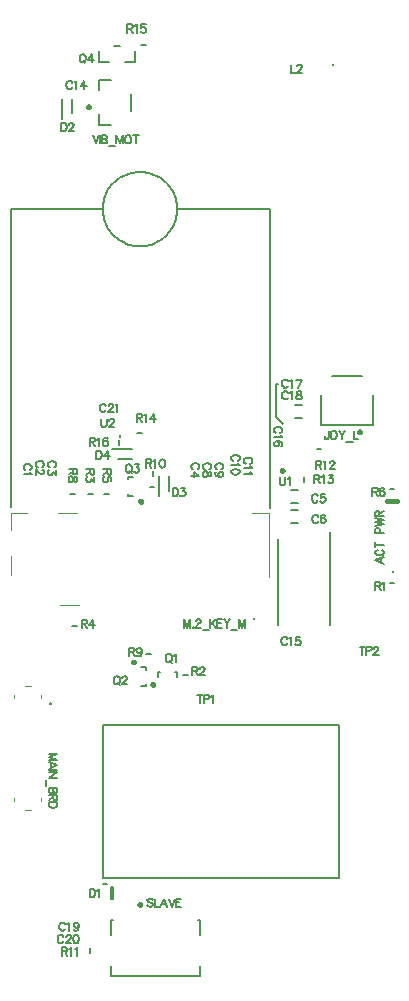
<source format=gto>
%FSTAX23Y23*%
%MOIN*%
%SFA1B1*%

%IPPOS*%
%ADD10C,0.009800*%
%ADD11C,0.003900*%
%ADD12C,0.007900*%
%ADD13C,0.005900*%
%ADD14C,0.015700*%
%ADD15C,0.005100*%
%ADD16C,0.006000*%
%LNright_board-1*%
%LPD*%
G54D10*
X02945Y01379D02*
D01*
X02945Y01379*
X02945Y0138*
X02945Y0138*
X02945Y0138*
X02945Y01381*
X02945Y01381*
X02945Y01381*
X02944Y01381*
X02944Y01382*
X02944Y01382*
X02944Y01382*
X02943Y01383*
X02943Y01383*
X02943Y01383*
X02943Y01383*
X02942Y01383*
X02942Y01383*
X02942Y01384*
X02941Y01384*
X02941Y01384*
X02941Y01384*
X0294Y01384*
X0294*
X0294Y01384*
X02939Y01384*
X02939Y01384*
X02939Y01384*
X02938Y01383*
X02938Y01383*
X02938Y01383*
X02937Y01383*
X02937Y01383*
X02937Y01383*
X02937Y01382*
X02936Y01382*
X02936Y01382*
X02936Y01381*
X02936Y01381*
X02936Y01381*
X02936Y01381*
X02935Y0138*
X02935Y0138*
X02935Y0138*
X02935Y01379*
X02935Y01379*
X02935Y01379*
X02935Y01378*
X02935Y01378*
X02935Y01378*
X02936Y01377*
X02936Y01377*
X02936Y01377*
X02936Y01376*
X02936Y01376*
X02936Y01376*
X02937Y01375*
X02937Y01375*
X02937Y01375*
X02937Y01375*
X02938Y01375*
X02938Y01374*
X02938Y01374*
X02939Y01374*
X02939Y01374*
X02939Y01374*
X0294Y01374*
X0294Y01374*
X0294*
X02941Y01374*
X02941Y01374*
X02941Y01374*
X02942Y01374*
X02942Y01374*
X02942Y01374*
X02943Y01375*
X02943Y01375*
X02943Y01375*
X02943Y01375*
X02944Y01375*
X02944Y01376*
X02944Y01376*
X02944Y01376*
X02945Y01377*
X02945Y01377*
X02945Y01377*
X02945Y01378*
X02945Y01378*
X02945Y01378*
X02945Y01379*
X02945Y01379*
X02947Y02722D02*
D01*
X02947Y02722*
X02947Y02723*
X02947Y02723*
X02947Y02723*
X02947Y02724*
X02947Y02724*
X02947Y02724*
X02947Y02724*
X02946Y02725*
X02946Y02725*
X02946Y02725*
X02946Y02726*
X02945Y02726*
X02945Y02726*
X02945Y02726*
X02945Y02726*
X02944Y02726*
X02944Y02727*
X02944Y02727*
X02943Y02727*
X02943Y02727*
X02943Y02727*
X02942*
X02942Y02727*
X02942Y02727*
X02941Y02727*
X02941Y02727*
X02941Y02726*
X0294Y02726*
X0294Y02726*
X0294Y02726*
X02939Y02726*
X02939Y02726*
X02939Y02725*
X02939Y02725*
X02938Y02725*
X02938Y02724*
X02938Y02724*
X02938Y02724*
X02938Y02724*
X02938Y02723*
X02938Y02723*
X02938Y02723*
X02938Y02722*
X02938Y02722*
X02938Y02722*
X02938Y02721*
X02938Y02721*
X02938Y02721*
X02938Y0272*
X02938Y0272*
X02938Y0272*
X02938Y02719*
X02938Y02719*
X02939Y02719*
X02939Y02718*
X02939Y02718*
X02939Y02718*
X0294Y02718*
X0294Y02718*
X0294Y02717*
X02941Y02717*
X02941Y02717*
X02941Y02717*
X02942Y02717*
X02942Y02717*
X02942Y02717*
X02943*
X02943Y02717*
X02943Y02717*
X02944Y02717*
X02944Y02717*
X02944Y02717*
X02945Y02717*
X02945Y02718*
X02945Y02718*
X02945Y02718*
X02946Y02718*
X02946Y02718*
X02946Y02719*
X02946Y02719*
X02947Y02719*
X02947Y0272*
X02947Y0272*
X02947Y0272*
X02947Y02721*
X02947Y02721*
X02947Y02721*
X02947Y02722*
X02947Y02722*
X02925Y02187D02*
D01*
X02925Y02187*
X02925Y02187*
X02925Y02188*
X02925Y02188*
X02924Y02188*
X02924Y02188*
X02924Y02189*
X02924Y02189*
X02924Y02189*
X02924Y0219*
X02923Y0219*
X02923Y0219*
X02923Y0219*
X02923Y02191*
X02922Y02191*
X02922Y02191*
X02922Y02191*
X02921Y02191*
X02921Y02191*
X02921Y02191*
X0292Y02191*
X0292Y02191*
X0292*
X02919Y02191*
X02919Y02191*
X02919Y02191*
X02918Y02191*
X02918Y02191*
X02918Y02191*
X02917Y02191*
X02917Y02191*
X02917Y0219*
X02917Y0219*
X02916Y0219*
X02916Y0219*
X02916Y02189*
X02916Y02189*
X02915Y02189*
X02915Y02188*
X02915Y02188*
X02915Y02188*
X02915Y02188*
X02915Y02187*
X02915Y02187*
X02915Y02187*
X02915Y02186*
X02915Y02186*
X02915Y02185*
X02915Y02185*
X02915Y02185*
X02915Y02185*
X02915Y02184*
X02916Y02184*
X02916Y02184*
X02916Y02183*
X02916Y02183*
X02917Y02183*
X02917Y02183*
X02917Y02182*
X02917Y02182*
X02918Y02182*
X02918Y02182*
X02918Y02182*
X02919Y02182*
X02919Y02182*
X02919Y02182*
X0292Y02182*
X0292*
X0292Y02182*
X02921Y02182*
X02921Y02182*
X02921Y02182*
X02922Y02182*
X02922Y02182*
X02922Y02182*
X02923Y02182*
X02923Y02183*
X02923Y02183*
X02923Y02183*
X02924Y02183*
X02924Y02184*
X02924Y02184*
X02924Y02184*
X02924Y02185*
X02924Y02185*
X02925Y02185*
X02925Y02185*
X02925Y02186*
X02925Y02186*
X02925Y02187*
X02988Y02112D02*
D01*
X02988Y02112*
X02988Y02113*
X02987Y02113*
X02987Y02113*
X02987Y02114*
X02987Y02114*
X02987Y02114*
X02987Y02115*
X02987Y02115*
X02986Y02115*
X02986Y02115*
X02986Y02116*
X02986Y02116*
X02985Y02116*
X02985Y02116*
X02985Y02116*
X02985Y02117*
X02984Y02117*
X02984Y02117*
X02984Y02117*
X02983Y02117*
X02983Y02117*
X02983*
X02982Y02117*
X02982Y02117*
X02982Y02117*
X02981Y02117*
X02981Y02117*
X02981Y02116*
X0298Y02116*
X0298Y02116*
X0298Y02116*
X02979Y02116*
X02979Y02115*
X02979Y02115*
X02979Y02115*
X02979Y02115*
X02978Y02114*
X02978Y02114*
X02978Y02114*
X02978Y02113*
X02978Y02113*
X02978Y02113*
X02978Y02112*
X02978Y02112*
X02978Y02112*
X02978Y02111*
X02978Y02111*
X02978Y02111*
X02978Y0211*
X02978Y0211*
X02978Y0211*
X02979Y02109*
X02979Y02109*
X02979Y02109*
X02979Y02109*
X02979Y02108*
X0298Y02108*
X0298Y02108*
X0298Y02108*
X02981Y02108*
X02981Y02107*
X02981Y02107*
X02982Y02107*
X02982Y02107*
X02982Y02107*
X02983Y02107*
X02983*
X02983Y02107*
X02984Y02107*
X02984Y02107*
X02984Y02107*
X02985Y02107*
X02985Y02108*
X02985Y02108*
X02985Y02108*
X02986Y02108*
X02986Y02108*
X02986Y02109*
X02986Y02109*
X02987Y02109*
X02987Y02109*
X02987Y0211*
X02987Y0211*
X02987Y0211*
X02987Y02111*
X02987Y02111*
X02988Y02111*
X02988Y02112*
X02988Y02112*
X02774Y04037D02*
D01*
X02774Y04037*
X02774Y04037*
X02774Y04038*
X02774Y04038*
X02774Y04038*
X02773Y04039*
X02773Y04039*
X02773Y04039*
X02773Y0404*
X02773Y0404*
X02773Y0404*
X02772Y0404*
X02772Y04041*
X02772Y04041*
X02771Y04041*
X02771Y04041*
X02771Y04041*
X02771Y04041*
X0277Y04042*
X0277Y04042*
X0277Y04042*
X02769Y04042*
X02769*
X02768Y04042*
X02768Y04042*
X02768Y04042*
X02767Y04041*
X02767Y04041*
X02767Y04041*
X02767Y04041*
X02766Y04041*
X02766Y04041*
X02766Y0404*
X02765Y0404*
X02765Y0404*
X02765Y0404*
X02765Y04039*
X02765Y04039*
X02765Y04039*
X02764Y04038*
X02764Y04038*
X02764Y04038*
X02764Y04037*
X02764Y04037*
X02764Y04037*
X02764Y04036*
X02764Y04036*
X02764Y04036*
X02764Y04035*
X02764Y04035*
X02765Y04035*
X02765Y04034*
X02765Y04034*
X02765Y04034*
X02765Y04034*
X02765Y04033*
X02766Y04033*
X02766Y04033*
X02766Y04033*
X02767Y04033*
X02767Y04032*
X02767Y04032*
X02767Y04032*
X02768Y04032*
X02768Y04032*
X02768Y04032*
X02769Y04032*
X02769*
X0277Y04032*
X0277Y04032*
X0277Y04032*
X02771Y04032*
X02771Y04032*
X02771Y04032*
X02771Y04033*
X02772Y04033*
X02772Y04033*
X02772Y04033*
X02773Y04033*
X02773Y04034*
X02773Y04034*
X02773Y04034*
X02773Y04034*
X02773Y04035*
X02774Y04035*
X02774Y04035*
X02774Y04036*
X02774Y04036*
X02774Y04036*
X02774Y04037*
X03419Y02824D02*
D01*
X03419Y02825*
X03419Y02825*
X03419Y02825*
X03419Y02826*
X03419Y02826*
X03418Y02826*
X03418Y02827*
X03418Y02827*
X03418Y02827*
X03418Y02827*
X03417Y02828*
X03417Y02828*
X03417Y02828*
X03417Y02828*
X03416Y02829*
X03416Y02829*
X03416Y02829*
X03415Y02829*
X03415Y02829*
X03415Y02829*
X03414Y02829*
X03414Y02829*
X03414*
X03413Y02829*
X03413Y02829*
X03413Y02829*
X03412Y02829*
X03412Y02829*
X03412Y02829*
X03411Y02829*
X03411Y02828*
X03411Y02828*
X03411Y02828*
X0341Y02828*
X0341Y02827*
X0341Y02827*
X0341Y02827*
X0341Y02827*
X03409Y02826*
X03409Y02826*
X03409Y02826*
X03409Y02825*
X03409Y02825*
X03409Y02825*
X03409Y02824*
X03409Y02824*
X03409Y02824*
X03409Y02823*
X03409Y02823*
X03409Y02823*
X03409Y02822*
X0341Y02822*
X0341Y02822*
X0341Y02821*
X0341Y02821*
X0341Y02821*
X03411Y02821*
X03411Y0282*
X03411Y0282*
X03411Y0282*
X03412Y0282*
X03412Y0282*
X03412Y0282*
X03413Y0282*
X03413Y02819*
X03413Y02819*
X03414Y02819*
X03414*
X03414Y02819*
X03415Y02819*
X03415Y0282*
X03415Y0282*
X03416Y0282*
X03416Y0282*
X03416Y0282*
X03417Y0282*
X03417Y0282*
X03417Y02821*
X03417Y02821*
X03418Y02821*
X03418Y02821*
X03418Y02822*
X03418Y02822*
X03418Y02822*
X03419Y02823*
X03419Y02823*
X03419Y02823*
X03419Y02824*
X03419Y02824*
X03419Y02824*
X03677Y02954D02*
D01*
X03677Y02954*
X03677Y02955*
X03677Y02955*
X03677Y02955*
X03677Y02956*
X03677Y02956*
X03677Y02956*
X03676Y02957*
X03676Y02957*
X03676Y02957*
X03676Y02957*
X03676Y02958*
X03675Y02958*
X03675Y02958*
X03675Y02958*
X03674Y02958*
X03674Y02959*
X03674Y02959*
X03673Y02959*
X03673Y02959*
X03673Y02959*
X03672Y02959*
X03672*
X03672Y02959*
X03671Y02959*
X03671Y02959*
X03671Y02959*
X0367Y02959*
X0367Y02958*
X0367Y02958*
X0367Y02958*
X03669Y02958*
X03669Y02958*
X03669Y02957*
X03669Y02957*
X03668Y02957*
X03668Y02957*
X03668Y02956*
X03668Y02956*
X03668Y02956*
X03668Y02955*
X03668Y02955*
X03667Y02955*
X03667Y02954*
X03667Y02954*
X03667Y02954*
X03667Y02953*
X03668Y02953*
X03668Y02953*
X03668Y02952*
X03668Y02952*
X03668Y02952*
X03668Y02951*
X03668Y02951*
X03669Y02951*
X03669Y02951*
X03669Y0295*
X03669Y0295*
X0367Y0295*
X0367Y0295*
X0367Y0295*
X0367Y02949*
X03671Y02949*
X03671Y02949*
X03671Y02949*
X03672Y02949*
X03672Y02949*
X03672*
X03673Y02949*
X03673Y02949*
X03673Y02949*
X03674Y02949*
X03674Y02949*
X03674Y0295*
X03675Y0295*
X03675Y0295*
X03675Y0295*
X03676Y0295*
X03676Y02951*
X03676Y02951*
X03676Y02951*
X03676Y02951*
X03677Y02952*
X03677Y02952*
X03677Y02952*
X03677Y02953*
X03677Y02953*
X03677Y02953*
X03677Y02954*
X03677Y02954*
G54D11*
X02871Y02942D02*
D01*
X0287Y02942*
X0287Y02942*
X0287Y02942*
X0287Y02942*
X0287Y02942*
X0287Y02942*
X0287Y02942*
X0287Y02942*
X02869Y02942*
X02869Y02941*
X02869Y02941*
X02869Y02941*
X02869Y02941*
X02869Y02941*
X02869Y02941*
X02869Y02941*
X02869Y02941*
X02869Y02941*
X02869Y0294*
X02869Y0294*
X02869Y0294*
X02869Y0294*
Y0294*
X02869Y0294*
X02869Y0294*
X02869Y02939*
X02869Y02939*
X02869Y02939*
X02869Y02939*
X02869Y02939*
X02869Y02939*
X02869Y02939*
X02869Y02939*
X02869Y02938*
X02869Y02938*
X02869Y02938*
X0287Y02938*
X0287Y02938*
X0287Y02938*
X0287Y02938*
X0287Y02938*
X0287Y02938*
X0287Y02938*
X0287Y02938*
X02871Y02938*
D01*
X02871Y02938*
X02871Y02938*
X02871Y02938*
X02871Y02938*
X02871Y02938*
X02871Y02938*
X02872Y02938*
X02872Y02938*
X02872Y02938*
X02872Y02938*
X02872Y02939*
X02872Y02939*
X02872Y02939*
X02872Y02939*
X02872Y02939*
X02872Y02939*
X02872Y02939*
X02873Y02939*
X02873Y0294*
X02873Y0294*
X02873Y0294*
X02873Y0294*
Y0294*
X02873Y0294*
X02873Y0294*
X02873Y0294*
X02873Y02941*
X02872Y02941*
X02872Y02941*
X02872Y02941*
X02872Y02941*
X02872Y02941*
X02872Y02941*
X02872Y02941*
X02872Y02942*
X02872Y02942*
X02872Y02942*
X02872Y02942*
X02871Y02942*
X02871Y02942*
X02871Y02942*
X02871Y02942*
X02871Y02942*
X02871Y02942*
X02871Y02942*
X03318Y02333D02*
D01*
X03318Y02333*
X03318Y02333*
X03318Y02333*
X03317Y02333*
X03317Y02332*
X03317Y02332*
X03317Y02332*
X03317Y02332*
X03317Y02332*
X03317Y02332*
X03317Y02332*
X03317Y02332*
X03316Y02332*
X03316Y02332*
X03316Y02332*
X03316Y02331*
X03316Y02331*
X03316Y02331*
X03316Y02331*
X03316Y02331*
X03316Y02331*
X03316Y02331*
Y02331*
X03316Y0233*
X03316Y0233*
X03316Y0233*
X03316Y0233*
X03316Y0233*
X03316Y0233*
X03316Y0233*
X03316Y02329*
X03316Y02329*
X03317Y02329*
X03317Y02329*
X03317Y02329*
X03317Y02329*
X03317Y02329*
X03317Y02329*
X03317Y02329*
X03317Y02329*
X03317Y02329*
X03318Y02329*
X03318Y02329*
X03318Y02329*
X03318Y02329*
D01*
X03318Y02329*
X03318Y02329*
X03318Y02329*
X03319Y02329*
X03319Y02329*
X03319Y02329*
X03319Y02329*
X03319Y02329*
X03319Y02329*
X03319Y02329*
X03319Y02329*
X03319Y02329*
X0332Y02329*
X0332Y0233*
X0332Y0233*
X0332Y0233*
X0332Y0233*
X0332Y0233*
X0332Y0233*
X0332Y0233*
X0332Y0233*
X0332Y02331*
Y02331*
X0332Y02331*
X0332Y02331*
X0332Y02331*
X0332Y02331*
X0332Y02331*
X0332Y02332*
X0332Y02332*
X0332Y02332*
X0332Y02332*
X03319Y02332*
X03319Y02332*
X03319Y02332*
X03319Y02332*
X03319Y02332*
X03319Y02332*
X03319Y02333*
X03319Y02333*
X03319Y02333*
X03318Y02333*
X03318Y02333*
X03318Y02333*
X03318Y02333*
X03781Y0249D02*
D01*
X03781Y0249*
X03781Y0249*
X03781Y0249*
X0378Y0249*
X0378Y0249*
X0378Y0249*
X0378Y02489*
X0378Y02489*
X0378Y02489*
X0378Y02489*
X0378Y02489*
X0378Y02489*
X03779Y02489*
X03779Y02489*
X03779Y02489*
X03779Y02489*
X03779Y02488*
X03779Y02488*
X03779Y02488*
X03779Y02488*
X03779Y02488*
X03779Y02488*
Y02488*
X03779Y02487*
X03779Y02487*
X03779Y02487*
X03779Y02487*
X03779Y02487*
X03779Y02487*
X03779Y02487*
X03779Y02487*
X03779Y02486*
X0378Y02486*
X0378Y02486*
X0378Y02486*
X0378Y02486*
X0378Y02486*
X0378Y02486*
X0378Y02486*
X0378Y02486*
X0378Y02486*
X03781Y02486*
X03781Y02486*
X03781Y02486*
X03781Y02486*
D01*
X03781Y02486*
X03781Y02486*
X03781Y02486*
X03782Y02486*
X03782Y02486*
X03782Y02486*
X03782Y02486*
X03782Y02486*
X03782Y02486*
X03782Y02486*
X03782Y02486*
X03782Y02486*
X03783Y02486*
X03783Y02487*
X03783Y02487*
X03783Y02487*
X03783Y02487*
X03783Y02487*
X03783Y02487*
X03783Y02487*
X03783Y02487*
X03783Y02488*
Y02488*
X03783Y02488*
X03783Y02488*
X03783Y02488*
X03783Y02488*
X03783Y02488*
X03783Y02489*
X03783Y02489*
X03783Y02489*
X03783Y02489*
X03782Y02489*
X03782Y02489*
X03782Y02489*
X03782Y02489*
X03782Y02489*
X03782Y02489*
X03782Y0249*
X03782Y0249*
X03782Y0249*
X03781Y0249*
X03781Y0249*
X03781Y0249*
X03781Y0249*
X03581Y04178D02*
D01*
X03581Y04178*
X0358Y04178*
X0358Y04178*
X0358Y04178*
X0358Y04178*
X0358Y04178*
X0358Y04177*
X0358Y04177*
X0358Y04177*
X0358Y04177*
X0358Y04177*
X0358Y04177*
X0358Y04177*
X03581Y04177*
X03581Y04176*
X03581Y04176*
X03581Y04176*
X03581Y04176*
X03581Y04176*
X03581Y04176*
X03581Y04176*
X03581Y04176*
X03581Y04176*
X03581Y04176*
X03582Y04176*
X03582Y04176*
X03582Y04175*
X03582Y04175*
X03582Y04175*
X03582Y04175*
X03582Y04175*
X03583Y04175*
X03583Y04175*
X03583Y04175*
X03583Y04176*
X03583Y04176*
X03583Y04176*
X03583Y04176*
X03583Y04176*
X03584Y04176*
X03584Y04176*
X03584Y04176*
X03584Y04176*
X03584Y04176*
X03584Y04176*
D01*
X03584Y04177*
X03584Y04177*
X03584Y04177*
X03584Y04177*
X03584Y04177*
X03584Y04177*
X03584Y04177*
X03584Y04177*
X03584Y04178*
X03584Y04178*
X03584Y04178*
X03584Y04178*
X03584Y04178*
X03584Y04178*
X03584Y04178*
X03584Y04178*
X03584Y04179*
X03584Y04179*
X03584Y04179*
X03584Y04179*
X03583Y04179*
X03583Y04179*
X03583Y04179*
X03583Y04179*
X03583Y04179*
X03583Y04179*
X03583Y04179*
X03583Y04179*
X03582Y04179*
X03582Y04179*
X03582Y04179*
X03582Y04179*
X03582Y04179*
X03582Y04179*
X03582Y04179*
X03582Y04179*
X03581Y04179*
X03581Y04179*
X03581Y04179*
X03581Y04179*
X03581Y04179*
X03581Y04179*
X03581Y04179*
X03581Y04179*
X03581Y04178*
X03312Y02683D02*
X03371D01*
Y0247D02*
Y02683D01*
X02674Y02378D02*
X02737D01*
X02666Y02683D02*
X02729D01*
X02509D02*
X02564D01*
X02509D02*
Y02627D01*
Y02478D02*
Y02541D01*
X02556Y01693D02*
X02576D01*
X0252Y02067D02*
Y02077D01*
X02556Y02106D02*
X02576D01*
X02611Y02067D02*
Y02077D01*
Y01723D02*
Y01732D01*
X0252Y01723D02*
Y01732D01*
G54D12*
X02816Y03696D02*
D01*
X02816Y03688*
X02817Y03679*
X02819Y03671*
X02821Y03662*
X02823Y03654*
X02827Y03646*
X02831Y03638*
X02835Y03631*
X0284Y03623*
X02845Y03617*
X02851Y0361*
X02857Y03604*
X02864Y03599*
X02871Y03593*
X02878Y03589*
X02886Y03585*
X02894Y03581*
X02902Y03578*
X0291Y03576*
X02918Y03574*
X02927Y03573*
X02936Y03572*
X02944*
X02953Y03573*
X02962Y03574*
X0297Y03576*
X02978Y03578*
X02986Y03581*
X02994Y03585*
X03002Y03589*
X03009Y03593*
X03016Y03599*
X03023Y03604*
X03029Y0361*
X03035Y03617*
X0304Y03623*
X03045Y03631*
X03049Y03638*
X03053Y03646*
X03057Y03654*
X03059Y03662*
X03061Y03671*
X03063Y03679*
X03064Y03688*
X03064Y03696*
D01*
X03064Y03705*
X03063Y03714*
X03061Y03722*
X03059Y0373*
X03057Y03739*
X03053Y03747*
X0305Y03755*
X03045Y03762*
X0304Y03769*
X03035Y03776*
X03029Y03782*
X03023Y03788*
X03016Y03794*
X03009Y03799*
X03002Y03804*
X02994Y03808*
X02987Y03811*
X02978Y03814*
X0297Y03817*
X02962Y03818*
X02953Y0382*
X02944Y0382*
X02936*
X02927Y0382*
X02919Y03818*
X0291Y03817*
X02902Y03814*
X02894Y03811*
X02886Y03808*
X02878Y03804*
X02871Y03799*
X02864Y03794*
X02857Y03788*
X02851Y03782*
X02845Y03776*
X0284Y03769*
X02835Y03762*
X02831Y03755*
X02827Y03747*
X02824Y03739*
X02821Y0373*
X02819Y03722*
X02817Y03714*
X02816Y03705*
X02816Y03696*
X02645Y02049D02*
D01*
X02644Y02049*
X02644Y0205*
X02644Y0205*
X02644Y0205*
X02644Y0205*
X02644Y0205*
X02644Y0205*
X02644Y0205*
X02644Y0205*
X02644Y02051*
X02644Y02051*
X02644Y02051*
X02644Y02051*
X02644Y02051*
X02644Y02051*
X02643Y02051*
X02643Y02051*
X02643Y02051*
X02643Y02051*
X02643Y02051*
X02643Y02051*
X02643Y02051*
X02642*
X02642Y02051*
X02642Y02051*
X02642Y02051*
X02642Y02051*
X02642Y02051*
X02642Y02051*
X02642Y02051*
X02641Y02051*
X02641Y02051*
X02641Y02051*
X02641Y02051*
X02641Y02051*
X02641Y0205*
X02641Y0205*
X02641Y0205*
X02641Y0205*
X02641Y0205*
X02641Y0205*
X02641Y0205*
X02641Y0205*
X02641Y02049*
X02641Y02049*
D01*
X02641Y02049*
X02641Y02049*
X02641Y02049*
X02641Y02049*
X02641Y02049*
X02641Y02048*
X02641Y02048*
X02641Y02048*
X02641Y02048*
X02641Y02048*
X02641Y02048*
X02641Y02048*
X02641Y02048*
X02641Y02048*
X02642Y02048*
X02642Y02048*
X02642Y02047*
X02642Y02047*
X02642Y02047*
X02642Y02047*
X02642Y02047*
X02642Y02047*
X02643*
X02643Y02047*
X02643Y02047*
X02643Y02047*
X02643Y02047*
X02643Y02047*
X02643Y02048*
X02644Y02048*
X02644Y02048*
X02644Y02048*
X02644Y02048*
X02644Y02048*
X02644Y02048*
X02644Y02048*
X02644Y02048*
X02644Y02048*
X02644Y02048*
X02644Y02049*
X02644Y02049*
X02644Y02049*
X02644Y02049*
X02644Y02049*
X02645Y02049*
D01*
X02644Y02049*
X02644Y0205*
X02644Y0205*
X02644Y0205*
X02644Y0205*
X02644Y0205*
X02644Y0205*
X02644Y0205*
X02644Y0205*
X02644Y02051*
X02644Y02051*
X02644Y02051*
X02644Y02051*
X02644Y02051*
X02644Y02051*
X02643Y02051*
X02643Y02051*
X02643Y02051*
X02643Y02051*
X02643Y02051*
X02643Y02051*
X02643Y02051*
X02642*
X02642Y02051*
X02642Y02051*
X02642Y02051*
X02642Y02051*
X02642Y02051*
X02642Y02051*
X02642Y02051*
X02641Y02051*
X02641Y02051*
X02641Y02051*
X02641Y02051*
X02641Y02051*
X02641Y0205*
X02641Y0205*
X02641Y0205*
X02641Y0205*
X02641Y0205*
X02641Y0205*
X02641Y0205*
X02641Y0205*
X02641Y02049*
X02641Y02049*
X02844Y0114D02*
X03139D01*
Y01172D01*
Y01277D02*
Y01325D01*
X03134D02*
X03139D01*
X02844Y01325D02*
X02849D01*
X02844Y01277D02*
Y01325D01*
Y0114D02*
Y01172D01*
X03036Y02758D02*
Y02806D01*
X03004Y0274D02*
Y02806D01*
X02712Y04015D02*
Y04063D01*
X02681D02*
Y03997D01*
X02867Y02864D02*
X02914D01*
X02848Y02895D02*
X02914D01*
X02901Y0274D02*
X02917D01*
X02901Y02748D02*
Y0274D01*
Y02803D02*
X02917D01*
X02901D02*
Y02795D01*
X02853Y04241D02*
X02875D01*
X02805Y04186D02*
Y04223D01*
X0289Y04186D02*
X02923D01*
X02805D02*
X02837D01*
X02923D02*
Y04223D01*
X02961Y02106D02*
Y02114D01*
X02945Y02106D02*
X02961D01*
Y02169D02*
Y02161D01*
X02945Y02169D02*
X02961D01*
X03056Y02153D02*
X03063D01*
Y02137D02*
Y02153D01*
X03D02*
X03008D01*
X03Y02137D02*
Y02153D01*
X02817Y01447D02*
X02831D01*
X02845Y01397D02*
Y01437D01*
Y01397D02*
X02849D01*
Y01437*
X02845D02*
X02849D01*
X03401Y02309D02*
Y02596D01*
X03572Y02309D02*
Y0262D01*
X02804Y04012D02*
Y03978D01*
Y04093D02*
Y04127D01*
X02842*
X0291Y04081D02*
Y04024D01*
X02804Y03978D02*
X02842D01*
X03717Y03077D02*
Y02976D01*
X0358Y03141D02*
X0368D01*
X03543Y02976D02*
Y03077D01*
Y02976D02*
X03717D01*
G54D13*
X03604Y01466D02*
Y01978D01*
X02817Y01466D02*
Y01978D01*
X03604*
X02817Y01466D02*
X03604D01*
X02982Y02806D02*
Y02822D01*
X02708Y02748D02*
X02724D01*
X02972Y02771D02*
X02988D01*
X02931Y02951D02*
X02946D01*
X02871Y02909D02*
Y02925D01*
X02944Y04244D02*
X0296D01*
X02773Y01216D02*
Y01232D01*
X03083Y02143D02*
X03099D01*
X0296Y02212D02*
X02976D01*
X03772Y02763D02*
X03788D01*
X03393Y03002D02*
X03416Y02979D01*
X03393Y03002D02*
Y03003D01*
Y03113*
X034*
X03529Y02897D02*
X03545D01*
X03487Y02787D02*
Y02803D01*
X03456Y03044D02*
X0348D01*
X03456Y03001D02*
X0348D01*
X02509Y02702D02*
Y03696D01*
X03374D02*
Y02701D01*
X02509Y03696D02*
X02816D01*
X03064D02*
X03374D01*
X03443Y02718D02*
X03467D01*
X03443Y02761D02*
X03467D01*
X03772Y0245D02*
X03788D01*
X03443Y02694D02*
X03467D01*
X03443Y02651D02*
X03467D01*
X02768Y02747D02*
X02784D01*
X02714Y02307D02*
X0273D01*
X02821Y02747D02*
X02837D01*
G54D14*
X03765Y02722D02*
X03797D01*
G54D15*
X03049Y02766D02*
Y02739D01*
Y02766D02*
X03058D01*
X03062Y02765*
X03065Y02762*
X03066Y0276*
X03067Y02756*
Y02749*
X03066Y02745*
X03065Y02743*
X03062Y0274*
X03058Y02739*
X03049*
X03076Y02766D02*
X03091D01*
X03083Y02756*
X03087*
X03089Y02754*
X03091Y02753*
X03092Y02749*
Y02747*
X03091Y02743*
X03088Y0274*
X03084Y02739*
X0308*
X03076Y0274*
X03075Y02741*
X03074Y02744*
G54D16*
X02772Y02934D02*
Y02906D01*
Y02934D02*
X02784D01*
X02788Y02932*
X02789Y02931*
X0279Y02928*
Y02926*
X02789Y02923*
X02788Y02922*
X02784Y0292*
X02772*
X02781D02*
X0279Y02906D01*
X02796Y02928D02*
X02799Y0293D01*
X02803Y02934*
Y02906*
X02832Y0293D02*
X02831Y02932D01*
X02827Y02934*
X02824*
X0282Y02932*
X02818Y02928*
X02817Y02922*
Y02915*
X02818Y0291*
X0282Y02907*
X02824Y02906*
X02826*
X0283Y02907*
X02832Y0291*
X02834Y02914*
Y02915*
X02832Y02919*
X0283Y02922*
X02826Y02923*
X02824*
X0282Y02922*
X02818Y02919*
X02817Y02915*
X02929Y03014D02*
Y02987D01*
Y03014D02*
X02941D01*
X02945Y03013*
X02946Y03012*
X02947Y03009*
Y03006*
X02946Y03004*
X02945Y03003*
X02941Y03001*
X02929*
X02938D02*
X02947Y02987D01*
X02953Y03009D02*
X02956Y0301D01*
X0296Y03014*
Y02987*
X02987Y03014D02*
X02974Y02996D01*
X02993*
X02987Y03014D02*
Y02987D01*
X0296Y02862D02*
Y02834D01*
Y02862D02*
X02972D01*
X02976Y0286*
X02977Y02859*
X02978Y02857*
Y02854*
X02977Y02851*
X02976Y0285*
X02972Y02849*
X0296*
X02969D02*
X02978Y02834D01*
X02985Y02857D02*
X02987Y02858D01*
X02991Y02862*
Y02834*
X03013Y02862D02*
X03009Y0286D01*
X03006Y02857*
X03005Y0285*
Y02846*
X03006Y02839*
X03009Y02836*
X03013Y02834*
X03015*
X03019Y02836*
X03022Y02839*
X03023Y02846*
Y0285*
X03022Y02857*
X03019Y0286*
X03015Y02862*
X03013*
X029Y02845D02*
X02897Y02844D01*
X02895Y02841*
X02893Y02839*
X02892Y02835*
Y02828*
X02893Y02824*
X02895Y02822*
X02897Y02819*
X029Y02818*
X02905*
X02908Y02819*
X0291Y02822*
X02912Y02824*
X02913Y02828*
Y02835*
X02912Y02839*
X0291Y02841*
X02908Y02844*
X02905Y02845*
X029*
X02904Y02823D02*
X02912Y02815D01*
X02922Y02845D02*
X02936D01*
X02929Y02835*
X02933*
X02935Y02834*
X02936Y02832*
X02938Y02828*
Y02826*
X02936Y02822*
X02934Y02819*
X0293Y02818*
X02926*
X02922Y02819*
X02921Y0282*
X02919Y02823*
X02811Y02998D02*
Y02978D01*
X02812Y02974*
X02815Y02971*
X02819Y0297*
X02822*
X02825Y02971*
X02828Y02974*
X02829Y02978*
Y02998*
X02838Y02991D02*
Y02992D01*
X0284Y02995*
X02841Y02996*
X02844Y02998*
X02849*
X02851Y02996*
X02853Y02995*
X02854Y02992*
Y0299*
X02853Y02987*
X0285Y02983*
X02837Y0297*
X02855*
X02794Y0289D02*
Y02863D01*
Y0289D02*
X02804D01*
X02807Y02889*
X0281Y02886*
X02811Y02884*
X02813Y0288*
Y02873*
X02811Y02869*
X0281Y02867*
X02807Y02864*
X02804Y02863*
X02794*
X02832Y0289D02*
X02819Y02872D01*
X02839*
X02832Y0289D02*
Y02863D01*
X02827Y03041D02*
X02825Y03044D01*
X02823Y03046*
X0282Y03048*
X02815*
X02812Y03046*
X0281Y03044*
X02808Y03041*
X02807Y03037*
Y03031*
X02808Y03027*
X0281Y03024*
X02812Y03022*
X02815Y0302*
X0282*
X02823Y03022*
X02825Y03024*
X02827Y03027*
X02836Y03041D02*
Y03043D01*
X02837Y03045*
X02838Y03046*
X02841Y03048*
X02846*
X02849Y03046*
X0285Y03045*
X02851Y03043*
Y0304*
X0285Y03037*
X02847Y03033*
X02834Y0302*
X02853*
X02859Y03043D02*
X02861Y03044D01*
X02865Y03048*
Y0302*
X03681Y02238D02*
Y0221D01*
X03672Y02238D02*
X0369D01*
X03694Y02223D02*
X03705D01*
X03709Y02225*
X03711Y02226*
X03712Y02229*
Y02232*
X03711Y02235*
X03709Y02236*
X03705Y02238*
X03694*
Y0221*
X03719Y02231D02*
Y02232D01*
X03721Y02235*
X03722Y02236*
X03725Y02238*
X0373*
X03733Y02236*
X03734Y02235*
X03735Y02232*
Y0223*
X03734Y02227*
X03731Y02223*
X03718Y0221*
X03737*
X0314Y02076D02*
Y02049D01*
X03131Y02076D02*
X03149D01*
X03152Y02062D02*
X03164D01*
X03168Y02063*
X03169Y02065*
X03171Y02067*
Y02071*
X03169Y02074*
X03168Y02075*
X03164Y02076*
X03152*
Y02049*
X03177Y02071D02*
X03179Y02072D01*
X03183Y02076*
Y02049*
X0268Y01235D02*
Y01207D01*
Y01235D02*
X02691D01*
X02695Y01233*
X02697Y01232*
X02698Y0123*
Y01227*
X02697Y01224*
X02695Y01223*
X02691Y01222*
X0268*
X02689D02*
X02698Y01207D01*
X02704Y0123D02*
X02707Y01231D01*
X02711Y01235*
Y01207*
X02724Y0123D02*
X02727Y01231D01*
X02731Y01235*
Y01207*
X02685Y01271D02*
X02684Y01273D01*
X02681Y01276*
X02679Y01277*
X02673*
X02671Y01276*
X02668Y01273*
X02667Y01271*
X02666Y01267*
Y0126*
X02667Y01256*
X02668Y01253*
X02671Y01251*
X02673Y0125*
X02679*
X02681Y01251*
X02684Y01253*
X02685Y01256*
X02694Y01271D02*
Y01272D01*
X02696Y01274*
X02697Y01276*
X027Y01277*
X02705*
X02707Y01276*
X02709Y01274*
X0271Y01272*
Y01269*
X02709Y01267*
X02706Y01263*
X02693Y0125*
X02711*
X02725Y01277D02*
X02721Y01276D01*
X02719Y01272*
X02718Y01265*
Y01261*
X02719Y01255*
X02721Y01251*
X02725Y0125*
X02728*
X02732Y01251*
X02735Y01255*
X02736Y01261*
Y01265*
X02735Y01272*
X02732Y01276*
X02728Y01277*
X02725*
X02691Y01312D02*
X02689Y01315D01*
X02687Y01317*
X02684Y01318*
X02679*
X02676Y01317*
X02674Y01315*
X02672Y01312*
X02671Y01308*
Y01301*
X02672Y01297*
X02674Y01295*
X02676Y01292*
X02679Y01291*
X02684*
X02687Y01292*
X02689Y01295*
X02691Y01297*
X02698Y01313D02*
X02701Y01315D01*
X02705Y01318*
Y01291*
X02736Y01309D02*
X02734Y01305D01*
X02732Y01303*
X02728Y01301*
X02726*
X02723Y01303*
X0272Y01305*
X02719Y01309*
Y01311*
X0272Y01315*
X02723Y01317*
X02726Y01318*
X02728*
X02732Y01317*
X02734Y01315*
X02736Y01309*
Y01303*
X02734Y01296*
X02732Y01292*
X02728Y01291*
X02725*
X02721Y01292*
X0272Y01295*
X03407Y02803D02*
Y02783D01*
X03408Y02779*
X0341Y02776*
X03414Y02775*
X03417*
X03421Y02776*
X03424Y02779*
X03425Y02783*
Y02803*
X03432Y02797D02*
X03435Y02799D01*
X03439Y02803*
Y02775*
X03521Y0281D02*
Y02782D01*
Y0281D02*
X03533D01*
X03537Y02808*
X03538Y02807*
X0354Y02804*
Y02802*
X03538Y02799*
X03537Y02798*
X03533Y02796*
X03521*
X0353D02*
X0354Y02782D01*
X03546Y02804D02*
X03548Y02806D01*
X03552Y0281*
Y02782*
X03569Y0281D02*
X03583D01*
X03575Y02799*
X03579*
X03582Y02798*
X03583Y02796*
X03584Y02793*
Y0279*
X03583Y02786*
X0358Y02783*
X03576Y02782*
X03572*
X03569Y02783*
X03567Y02785*
X03566Y02787*
X03527Y02857D02*
Y02829D01*
Y02857D02*
X03539D01*
X03543Y02856*
X03544Y02854*
X03545Y02852*
Y02849*
X03544Y02846*
X03543Y02845*
X03539Y02844*
X03527*
X03536D02*
X03545Y02829D01*
X03552Y02852D02*
X03554Y02853D01*
X03558Y02857*
Y02829*
X03573Y0285D02*
Y02852D01*
X03574Y02854*
X03576Y02856*
X03578Y02857*
X03584*
X03586Y02856*
X03588Y02854*
X03589Y02852*
Y02849*
X03588Y02846*
X03585Y02842*
X03572Y02829*
X0359*
X03715Y02767D02*
Y0274D01*
Y02767D02*
X03727D01*
X03731Y02766*
X03732Y02765*
X03733Y02762*
Y02759*
X03732Y02757*
X03731Y02755*
X03727Y02754*
X03715*
X03724D02*
X03733Y0274D01*
X03755Y02763D02*
X03754Y02766D01*
X0375Y02767*
X03747*
X03743Y02766*
X03741Y02762*
X0374Y02755*
Y02749*
X03741Y02744*
X03743Y02741*
X03747Y0274*
X03749*
X03753Y02741*
X03755Y02744*
X03757Y02748*
Y02749*
X03755Y02753*
X03753Y02755*
X03749Y02757*
X03747*
X03743Y02755*
X03741Y02753*
X0374Y02749*
X03739Y02616D02*
Y02628D01*
X03738Y02632*
X03737Y02633*
X03734Y02634*
X0373*
X03728Y02633*
X03726Y02632*
X03725Y02628*
Y02616*
X03752*
X03725Y0264D02*
X03752Y02647D01*
X03725Y02653D02*
X03752Y02647D01*
X03725Y02653D02*
X03752Y0266D01*
X03725Y02667D02*
X03752Y0266D01*
X03725Y02672D02*
X03752D01*
X03725D02*
Y02684D01*
X03726Y02688*
X03728Y02689*
X0373Y0269*
X03733*
X03735Y02689*
X03737Y02688*
X03738Y02684*
Y02672*
Y02681D02*
X03752Y0269D01*
X03433Y03083D02*
X03432Y03085D01*
X03429Y03088*
X03427Y03089*
X03421*
X03419Y03088*
X03416Y03085*
X03415Y03083*
X03413Y03079*
Y03072*
X03415Y03068*
X03416Y03065*
X03419Y03063*
X03421Y03062*
X03427*
X03429Y03063*
X03432Y03065*
X03433Y03068*
X03441Y03084D02*
X03443Y03085D01*
X03447Y03089*
Y03062*
X03468Y03089D02*
X03464Y03088D01*
X03462Y03085*
Y03083*
X03464Y0308*
X03466Y03079*
X03472Y03077*
X03475Y03076*
X03478Y03073*
X03479Y03071*
Y03067*
X03478Y03064*
X03477Y03063*
X03473Y03062*
X03468*
X03464Y03063*
X03462Y03064*
X03461Y03067*
Y03071*
X03462Y03073*
X03465Y03076*
X03469Y03077*
X03474Y03079*
X03477Y0308*
X03478Y03083*
Y03085*
X03477Y03088*
X03473Y03089*
X03468*
X03433Y03122D02*
X03432Y03125D01*
X03429Y03127*
X03427Y03128*
X03421*
X03419Y03127*
X03416Y03125*
X03415Y03122*
X03413Y03118*
Y03111*
X03415Y03107*
X03416Y03105*
X03419Y03102*
X03421Y03101*
X03427*
X03429Y03102*
X03432Y03105*
X03433Y03107*
X03441Y03123D02*
X03443Y03125D01*
X03447Y03128*
Y03101*
X03479Y03128D02*
X03466Y03101D01*
X03461Y03128D02*
X03479D01*
X03407Y0295D02*
X0341Y02952D01*
X03413Y02954*
X03414Y02957*
Y02962*
X03413Y02965*
X0341Y02967*
X03407Y02969*
X03403Y0297*
X03397*
X03393Y02969*
X0339Y02967*
X03388Y02965*
X03386Y02962*
Y02957*
X03388Y02954*
X0339Y02952*
X03393Y0295*
X03409Y02942D02*
X0341Y0294D01*
X03414Y02936*
X03386*
X0341Y02907D02*
X03413Y02908D01*
X03414Y02912*
Y02914*
X03413Y02918*
X03409Y02921*
X03402Y02922*
X03396*
X0339Y02921*
X03388Y02918*
X03386Y02914*
Y02913*
X03388Y02909*
X0339Y02907*
X03394Y02905*
X03396*
X03399Y02907*
X03402Y02909*
X03403Y02913*
Y02914*
X03402Y02918*
X03399Y02921*
X03396Y02922*
X0343Y02264D02*
X03429Y02266D01*
X03426Y02269*
X03424Y0227*
X03418*
X03416Y02269*
X03413Y02266*
X03412Y02264*
X0341Y0226*
Y02253*
X03412Y02249*
X03413Y02247*
X03416Y02244*
X03418Y02243*
X03424*
X03426Y02244*
X03429Y02247*
X0343Y02249*
X03438Y02265D02*
X0344Y02266D01*
X03444Y0227*
Y02243*
X03474Y0227D02*
X03461D01*
X03459Y02258*
X03461Y0226*
X03465Y02261*
X03469*
X03473Y0226*
X03475Y02257*
X03476Y02253*
Y02251*
X03475Y02247*
X03473Y02244*
X03469Y02243*
X03465*
X03461Y02244*
X03459Y02245*
X03458Y02248*
X02898Y04312D02*
Y04284D01*
Y04312D02*
X0291D01*
X02914Y0431*
X02915Y04309*
X02916Y04306*
Y04304*
X02915Y04301*
X02914Y043*
X0291Y04298*
X02898*
X02907D02*
X02916Y04284D01*
X02923Y04306D02*
X02925Y04308D01*
X02929Y04312*
Y04284*
X02959Y04312D02*
X02945D01*
X02944Y043*
X02945Y04301*
X02949Y04302*
X02953*
X02957Y04301*
X0296Y04298*
X02961Y04294*
Y04292*
X0296Y04288*
X02957Y04285*
X02953Y04284*
X02949*
X02945Y04285*
X02944Y04287*
X02943Y04289*
X0273Y0283D02*
X02702D01*
X0273D02*
Y02818D01*
X02729Y02814*
X02727Y02813*
X02725Y02812*
X02722*
X02719Y02813*
X02718Y02814*
X02717Y02818*
Y0283*
Y02821D02*
X02702Y02812D01*
X0273Y02799D02*
X02729Y02803D01*
X02726Y02804*
X02723*
X02721Y02803*
X02719Y028*
X02718Y02795*
X02717Y02791*
X02714Y02788*
X02711Y02787*
X02708*
X02705Y02788*
X02704Y0279*
X02702Y02794*
Y02799*
X02704Y02803*
X02705Y02804*
X02708Y02806*
X02711*
X02714Y02804*
X02717Y02802*
X02718Y02798*
X02719Y02792*
X02721Y0279*
X02723Y02788*
X02726*
X02729Y0279*
X0273Y02794*
Y02799*
X02904Y02234D02*
Y02206D01*
Y02234D02*
X02916D01*
X0292Y02232*
X02921Y02231*
X02922Y02229*
Y02226*
X02921Y02223*
X0292Y02222*
X02916Y02221*
X02904*
X02913D02*
X02922Y02206D01*
X02946Y02225D02*
X02944Y02221D01*
X02942Y02218*
X02938Y02217*
X02936*
X02932Y02218*
X0293Y02221*
X02928Y02225*
Y02226*
X0293Y0223*
X02932Y02232*
X02936Y02234*
X02938*
X02942Y02232*
X02944Y0223*
X02946Y02225*
Y02218*
X02944Y02211*
X02942Y02208*
X02938Y02206*
X02935*
X02931Y02208*
X0293Y0221*
X02844Y02829D02*
X02816D01*
X02844D02*
Y02817D01*
X02843Y02813*
X02841Y02812*
X02839Y02811*
X02836*
X02834Y02812*
X02832Y02813*
X02831Y02817*
Y02829*
Y0282D02*
X02816Y02811D01*
X02844Y02789D02*
Y02802D01*
X02832Y02803*
X02834Y02802*
X02835Y02798*
Y02794*
X02834Y0279*
X02831Y02787*
X02827Y02786*
X02824*
X0282Y02787*
X02818Y0279*
X02816Y02794*
Y02798*
X02818Y02802*
X02819Y02803*
X02822Y02805*
X02746Y02327D02*
Y023D01*
Y02327D02*
X02758D01*
X02762Y02326*
X02763Y02325*
X02765Y02322*
Y02319*
X02763Y02317*
X02762Y02315*
X02758Y02314*
X02746*
X02755D02*
X02765Y023D01*
X02784Y02327D02*
X02771Y02309D01*
X0279*
X02784Y02327D02*
Y023D01*
X03114Y0217D02*
Y02142D01*
Y0217D02*
X03126D01*
X0313Y02169*
X03131Y02167*
X03132Y02165*
Y02162*
X03131Y02159*
X0313Y02158*
X03126Y02157*
X03114*
X03123D02*
X03132Y02142D01*
X0314Y02163D02*
Y02165D01*
X03141Y02167*
X03142Y02169*
X03145Y0217*
X0315*
X03153Y02169*
X03154Y02167*
X03156Y02165*
Y02162*
X03154Y02159*
X03152Y02155*
X03138Y02142*
X03157*
X02788Y02829D02*
X0276D01*
X02788D02*
Y02817D01*
X02787Y02813*
X02785Y02812*
X02783Y02811*
X0278*
X02777Y02812*
X02776Y02813*
X02775Y02817*
Y02829*
Y0282D02*
X0276Y02811D01*
X02788Y02802D02*
Y02787D01*
X02777Y02795*
Y02791*
X02776Y02789*
X02775Y02787*
X02771Y02786*
X02768*
X02764Y02787*
X02762Y0279*
X0276Y02794*
Y02798*
X02762Y02802*
X02763Y02803*
X02766Y02805*
X03724Y02453D02*
Y02426D01*
Y02453D02*
X03736D01*
X0374Y02452*
X03741Y02451*
X03743Y02448*
Y02445*
X03741Y02443*
X0374Y02441*
X03736Y0244*
X03724*
X03733D02*
X03743Y02426D01*
X03749Y02448D02*
X03751Y02449D01*
X03755Y02453*
Y02426*
X02861Y0214D02*
X02858Y02138D01*
X02855Y02136*
X02854Y02133*
X02853Y02129*
Y02123*
X02854Y02119*
X02855Y02116*
X02858Y02113*
X02861Y02112*
X02866*
X02868Y02113*
X02871Y02116*
X02872Y02119*
X02874Y02123*
Y02129*
X02872Y02133*
X02871Y02136*
X02868Y02138*
X02866Y0214*
X02861*
X02864Y02117D02*
X02872Y02109D01*
X02881Y02133D02*
Y02134D01*
X02883Y02137*
X02884Y02138*
X02887Y0214*
X02892*
X02894Y02138*
X02896Y02137*
X02897Y02134*
Y02132*
X02896Y02129*
X02893Y02125*
X0288Y02112*
X02898*
X03034Y02213D02*
X03031Y02212D01*
X03028Y0221*
X03027Y02207*
X03026Y02203*
Y02196*
X03027Y02192*
X03028Y0219*
X03031Y02187*
X03034Y02186*
X03039*
X03042Y02187*
X03044Y0219*
X03046Y02192*
X03047Y02196*
Y02203*
X03046Y02207*
X03044Y0221*
X03042Y02212*
X03039Y02213*
X03034*
X03038Y02191D02*
X03046Y02183D01*
X03053Y02208D02*
X03056Y0221D01*
X0306Y02213*
Y02186*
X03752Y02535D02*
X03725Y02525D01*
X03752Y02514*
X03743Y02518D02*
Y02531D01*
X03732Y02561D02*
X03729Y0256D01*
X03726Y02557*
X03725Y02555*
Y02549*
X03726Y02547*
X03729Y02544*
X03732Y02543*
X03735Y02542*
X03742*
X03746Y02543*
X03749Y02544*
X03751Y02547*
X03752Y02549*
Y02555*
X03751Y02557*
X03749Y0256*
X03746Y02561*
X03725Y02578D02*
X03752D01*
X03725Y02569D02*
Y02587D01*
X02678Y03984D02*
Y03956D01*
Y03984D02*
X02687D01*
X02691Y03982*
X02694Y0398*
X02695Y03977*
X02696Y03973*
Y03967*
X02695Y03963*
X02694Y0396*
X02691Y03958*
X02687Y03956*
X02678*
X02704Y03977D02*
Y03979D01*
X02705Y03981*
X02706Y03982*
X02709Y03984*
X02714*
X02717Y03982*
X02718Y03981*
X02719Y03979*
Y03976*
X02718Y03973*
X02716Y03969*
X02702Y03956*
X02721*
X02772Y0143D02*
Y01402D01*
Y0143D02*
X02782D01*
X02786Y01428*
X02788Y01426*
X02789Y01423*
X02791Y01419*
Y01413*
X02789Y01409*
X02788Y01406*
X02786Y01403*
X02782Y01402*
X02772*
X02797Y01424D02*
X028Y01426D01*
X02803Y0143*
Y01402*
X02664Y01881D02*
X02636D01*
X02664D02*
X02636Y0187D01*
X02664Y0186D02*
X02636Y0187D01*
X02664Y0186D02*
X02636D01*
Y01831D02*
X02664Y01842D01*
X02636Y01852*
X02645Y01848D02*
Y01835D01*
X02664Y01825D02*
X02636D01*
X02664Y01819D02*
X02636D01*
X02664D02*
X02636Y018D01*
X02664D02*
X02636D01*
X02627Y01793D02*
Y01772D01*
X02664Y01768D02*
X02636D01*
X02664D02*
Y01757D01*
X02662Y01753*
X02661Y01751*
X02658Y0175*
X02656*
X02653Y01751*
X02652Y01753*
X0265Y01757*
Y01768D02*
Y01757D01*
X02649Y01753*
X02648Y01751*
X02645Y0175*
X02641*
X02639Y01751*
X02637Y01753*
X02636Y01757*
Y01768*
X02664Y01744D02*
X02636D01*
X02664D02*
Y01732D01*
X02662Y01728*
X02661Y01727*
X02658Y01725*
X02656*
X02653Y01727*
X02652Y01728*
X0265Y01732*
Y01744*
Y01735D02*
X02636Y01725D01*
X02664Y01719D02*
X02636D01*
X02664D02*
Y0171D01*
X02662Y01706*
X0266Y01704*
X02657Y01702*
X02653Y01701*
X02647*
X02643Y01702*
X0264Y01704*
X02637Y01706*
X02636Y0171*
Y01719*
X03087Y02329D02*
Y02301D01*
Y02329D02*
X03098Y02301D01*
X03108Y02329D02*
X03098Y02301D01*
X03108Y02329D02*
Y02301D01*
X03117Y02304D02*
X03116Y02303D01*
X03117Y02301*
X03119Y02303*
X03117Y02304*
X03126Y02322D02*
Y02324D01*
X03127Y02326*
X03129Y02328*
X03131Y02329*
X03136*
X03139Y02328*
X0314Y02326*
X03142Y02324*
Y02321*
X0314Y02318*
X03138Y02315*
X03125Y02301*
X03143*
X03149Y02292D02*
X0317D01*
X03174Y02329D02*
Y02301D01*
X03192Y02329D02*
X03174Y02311D01*
X0318Y02317D02*
X03192Y02301D01*
X03215Y02329D02*
X03198D01*
Y02301*
X03215*
X03198Y02316D02*
X03209D01*
X0322Y02329D02*
X0323Y02316D01*
Y02301*
X03241Y02329D02*
X0323Y02316D01*
X03244Y02292D02*
X03265D01*
X03269Y02329D02*
Y02301D01*
Y02329D02*
X03279Y02301D01*
X0329Y02329D02*
X03279Y02301D01*
X0329Y02329D02*
Y02301D01*
X03569Y02957D02*
Y02936D01*
X03567Y02932*
X03566Y02931*
X03563Y02929*
X03561*
X03558Y02931*
X03557Y02932*
X03556Y02936*
Y02939*
X03584Y02957D02*
X03581Y02956D01*
X03578Y02953*
X03577Y0295*
X03576Y02946*
Y0294*
X03577Y02936*
X03578Y02933*
X03581Y02931*
X03584Y02929*
X03589*
X03591Y02931*
X03594Y02933*
X03595Y02936*
X03597Y0294*
Y02946*
X03595Y0295*
X03594Y02953*
X03591Y02956*
X03589Y02957*
X03584*
X03603D02*
X03614Y02944D01*
Y02929*
X03624Y02957D02*
X03614Y02944D01*
X03628Y0292D02*
X03649D01*
X03652Y02957D02*
Y02929D01*
X03668*
X02714Y04117D02*
X02713Y0412D01*
X0271Y04123*
X02707Y04124*
X02702*
X02699Y04123*
X02697Y0412*
X02696Y04117*
X02694Y04113*
Y04107*
X02696Y04103*
X02697Y041*
X02699Y04098*
X02702Y04096*
X02707*
X0271Y04098*
X02713Y041*
X02714Y04103*
X02722Y04119D02*
X02724Y0412D01*
X02728Y04124*
Y04096*
X02755Y04124D02*
X02742Y04106D01*
X02762*
X02755Y04124D02*
Y04096D01*
X03307Y02848D02*
X0331Y02849D01*
X03312Y02851*
X03314Y02854*
Y02859*
X03312Y02862*
X0331Y02865*
X03307Y02866*
X03303Y02867*
X03296*
X03293Y02866*
X0329Y02865*
X03287Y02862*
X03286Y02859*
Y02854*
X03287Y02851*
X0329Y02849*
X03293Y02848*
X03308Y0284D02*
X0331Y02837D01*
X03314Y02833*
X03286*
X03308Y0282D02*
X0331Y02817D01*
X03314Y02813*
X03286*
X03266Y02857D02*
X03268Y02859D01*
X03271Y02861*
X03272Y02864*
Y02869*
X03271Y02872*
X03268Y02874*
X03266Y02876*
X03262Y02877*
X03255*
X03251Y02876*
X03249Y02874*
X03246Y02872*
X03245Y02869*
Y02864*
X03246Y02861*
X03249Y02859*
X03251Y02857*
X03267Y0285D02*
X03268Y02847D01*
X03272Y02843*
X03245*
X03272Y02822D02*
X03271Y02825D01*
X03267Y02828*
X0326Y02829*
X03256*
X0325Y02828*
X03246Y02825*
X03245Y02822*
Y02819*
X03246Y02815*
X0325Y02812*
X03256Y02811*
X0326*
X03267Y02812*
X03271Y02815*
X03272Y02819*
Y02822*
X03211Y02829D02*
X03214Y0283D01*
X03217Y02833*
X03218Y02835*
Y02841*
X03217Y02843*
X03214Y02846*
X03211Y02847*
X03208Y02849*
X03201*
X03197Y02847*
X03194Y02846*
X03192Y02843*
X0319Y02841*
Y02835*
X03192Y02833*
X03194Y0283*
X03197Y02829*
X03209Y02804D02*
X03205Y02805D01*
X03202Y02808*
X03201Y02812*
Y02813*
X03202Y02817*
X03205Y0282*
X03209Y02821*
X0321*
X03214Y0282*
X03217Y02817*
X03218Y02813*
Y02812*
X03217Y02808*
X03214Y02805*
X03209Y02804*
X03202*
X03196Y02805*
X03192Y02808*
X0319Y02812*
Y02815*
X03192Y02819*
X03194Y0282*
X03171Y0283D02*
X03174Y02831D01*
X03176Y02833*
X03178Y02836*
Y02841*
X03176Y02844*
X03174Y02847*
X03171Y02848*
X03167Y02849*
X03161*
X03157Y02848*
X03154Y02847*
X03151Y02844*
X0315Y02841*
Y02836*
X03151Y02833*
X03154Y02831*
X03157Y0283*
X03178Y02815D02*
X03176Y02819D01*
X03174Y0282*
X03171*
X03169Y02819*
X03167Y02817*
X03166Y02811*
X03165Y02807*
X03162Y02805*
X03159Y02803*
X03155*
X03153Y02805*
X03151Y02806*
X0315Y0281*
Y02815*
X03151Y02819*
X03153Y0282*
X03155Y02822*
X03159*
X03162Y0282*
X03165Y02818*
X03166Y02814*
X03167Y02809*
X03169Y02806*
X03171Y02805*
X03174*
X03176Y02806*
X03178Y0281*
Y02815*
X03534Y02671D02*
X03533Y02674D01*
X0353Y02676*
X03528Y02678*
X03523*
X0352Y02676*
X03517Y02674*
X03516Y02671*
X03515Y02667*
Y02661*
X03516Y02657*
X03517Y02654*
X0352Y02651*
X03523Y0265*
X03528*
X0353Y02651*
X03533Y02654*
X03534Y02657*
X03558Y02674D02*
X03557Y02676D01*
X03553Y02678*
X0355*
X03546Y02676*
X03543Y02672*
X03542Y02666*
Y02659*
X03543Y02654*
X03546Y02651*
X0355Y0265*
X03551*
X03555Y02651*
X03558Y02654*
X03559Y02658*
Y02659*
X03558Y02663*
X03555Y02666*
X03551Y02667*
X0355*
X03546Y02666*
X03543Y02663*
X03542Y02659*
X03533Y02739D02*
X03531Y02742D01*
X03529Y02744*
X03526Y02746*
X03521*
X03518Y02744*
X03516Y02742*
X03514Y02739*
X03513Y02735*
Y02729*
X03514Y02725*
X03516Y02722*
X03518Y02719*
X03521Y02718*
X03526*
X03529Y02719*
X03531Y02722*
X03533Y02725*
X03556Y02746D02*
X03543D01*
X03542Y02734*
X03543Y02735*
X03547Y02736*
X03551*
X03555Y02735*
X03558Y02732*
X03559Y02729*
Y02726*
X03558Y02722*
X03555Y02719*
X03551Y02718*
X03547*
X03543Y02719*
X03542Y02721*
X0354Y02723*
X03132Y02829D02*
X03134Y02831D01*
X03137Y02833*
X03138Y02836*
Y02841*
X03137Y02844*
X03134Y02846*
X03132Y02848*
X03128Y02849*
X03121*
X03117Y02848*
X03115Y02846*
X03112Y02844*
X03111Y02841*
Y02836*
X03112Y02833*
X03115Y02831*
X03117Y02829*
X03138Y02808D02*
X0312Y02821D01*
Y02802*
X03138Y02808D02*
X03111D01*
X02653Y02835D02*
X02656Y02837D01*
X02659Y02839*
X0266Y02842*
Y02847*
X02659Y0285*
X02656Y02852*
X02653Y02854*
X02649Y02855*
X02643*
X02639Y02854*
X02636Y02852*
X02634Y0285*
X02632Y02847*
Y02842*
X02634Y02839*
X02636Y02837*
X02639Y02835*
X0266Y02825D02*
Y02811D01*
X02649Y02819*
Y02815*
X02648Y02812*
X02647Y02811*
X02643Y02809*
X0264*
X02636Y02811*
X02634Y02813*
X02632Y02817*
Y02821*
X02634Y02825*
X02635Y02826*
X02638Y02828*
X02613Y02836D02*
X02616Y02838D01*
X02618Y0284*
X0262Y02843*
Y02848*
X02618Y02851*
X02616Y02853*
X02613Y02855*
X02609Y02856*
X02603*
X02599Y02855*
X02596Y02853*
X02593Y02851*
X02592Y02848*
Y02843*
X02593Y0284*
X02596Y02838*
X02599Y02836*
X02613Y02827D02*
X02614D01*
X02617Y02826*
X02618Y02825*
X0262Y02822*
Y02817*
X02618Y02814*
X02617Y02813*
X02614Y02812*
X02612*
X02609Y02813*
X02605Y02816*
X02592Y02829*
Y0281*
X02573Y02827D02*
X02575Y02828D01*
X02578Y02831*
X02579Y02833*
Y02838*
X02578Y02841*
X02575Y02844*
X02573Y02845*
X02569Y02846*
X02562*
X02558Y02845*
X02556Y02844*
X02553Y02841*
X02552Y02838*
Y02833*
X02553Y02831*
X02556Y02828*
X02558Y02827*
X02574Y02819D02*
X02575Y02816D01*
X02579Y02812*
X02552*
X02983Y01394D02*
X02981Y01397D01*
X02977Y01398*
X02972*
X02968Y01397*
X02965Y01394*
Y01392*
X02966Y01389*
X02968Y01388*
X0297Y01386*
X02978Y01384*
X02981Y01382*
X02982Y01381*
X02983Y01378*
Y01375*
X02981Y01372*
X02977Y01371*
X02972*
X02968Y01372*
X02965Y01375*
X0299Y01398D02*
Y01371D01*
X03005*
X03029D02*
X03019Y01398D01*
X03008Y01371*
X03012Y0138D02*
X03025D01*
X03036Y01398D02*
X03046Y01371D01*
X03057Y01398D02*
X03046Y01371D01*
X03077Y01398D02*
X0306D01*
Y01371*
X03077*
X0306Y01385D02*
X03071D01*
X02747Y04212D02*
X02744Y04211D01*
X02741Y04209*
X0274Y04206*
X02739Y04202*
Y04195*
X0274Y04191*
X02741Y04189*
X02744Y04186*
X02747Y04185*
X02752*
X02755Y04186*
X02757Y04189*
X02758Y04191*
X0276Y04195*
Y04202*
X02758Y04206*
X02757Y04209*
X02755Y04211*
X02752Y04212*
X02747*
X02751Y0419D02*
X02758Y04182D01*
X02779Y04212D02*
X02766Y04194D01*
X02786*
X02779Y04212D02*
Y04185D01*
X03444Y04178D02*
Y04151D01*
X03459*
X03464Y04172D02*
Y04173D01*
X03465Y04176*
X03466Y04177*
X03469Y04178*
X03474*
X03477Y04177*
X03478Y04176*
X0348Y04173*
Y0417*
X03478Y04168*
X03476Y04164*
X03463Y04151*
X03481*
X02782Y03942D02*
X02792Y03915D01*
X02803Y03942D02*
X02792Y03915D01*
X02806Y03942D02*
Y03915D01*
X02812Y03942D02*
Y03915D01*
Y03942D02*
X02824D01*
X02828Y03941*
X02829Y0394*
X0283Y03937*
Y03934*
X02829Y03932*
X02828Y0393*
X02824Y03929*
X02812D02*
X02824D01*
X02828Y03928*
X02829Y03926*
X0283Y03924*
Y0392*
X02829Y03917*
X02828Y03916*
X02824Y03915*
X02812*
X02837Y03905D02*
X02858D01*
X02861Y03942D02*
Y03915D01*
Y03942D02*
X02872Y03915D01*
X02882Y03942D02*
X02872Y03915D01*
X02882Y03942D02*
Y03915D01*
X02898Y03942D02*
X02895Y03941D01*
X02893Y03938*
X02891Y03936*
X0289Y03932*
Y03925*
X02891Y03921*
X02893Y03919*
X02895Y03916*
X02898Y03915*
X02903*
X02906Y03916*
X02908Y03919*
X0291Y03921*
X02911Y03925*
Y03932*
X0291Y03936*
X02908Y03938*
X02906Y03941*
X02903Y03942*
X02898*
X02927D02*
Y03915D01*
X02917Y03942D02*
X02936D01*
M02*
</source>
